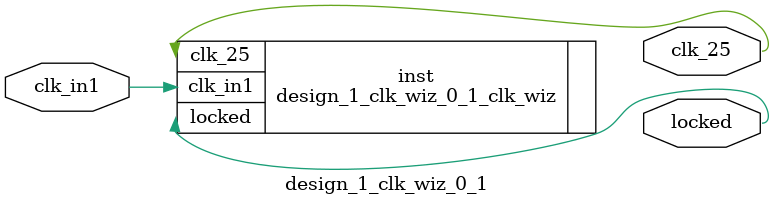
<source format=v>


`timescale 1ps/1ps

(* CORE_GENERATION_INFO = "design_1_clk_wiz_0_1,clk_wiz_v6_0_4_0_0,{component_name=design_1_clk_wiz_0_1,use_phase_alignment=true,use_min_o_jitter=false,use_max_i_jitter=false,use_dyn_phase_shift=false,use_inclk_switchover=false,use_dyn_reconfig=false,enable_axi=0,feedback_source=FDBK_AUTO,PRIMITIVE=MMCM,num_out_clk=1,clkin1_period=10.000,clkin2_period=10.000,use_power_down=false,use_reset=false,use_locked=true,use_inclk_stopped=false,feedback_type=SINGLE,CLOCK_MGR_TYPE=NA,manual_override=false}" *)

module design_1_clk_wiz_0_1 
 (
  // Clock out ports
  output        clk_25,
  // Status and control signals
  output        locked,
 // Clock in ports
  input         clk_in1
 );

  design_1_clk_wiz_0_1_clk_wiz inst
  (
  // Clock out ports  
  .clk_25(clk_25),
  // Status and control signals               
  .locked(locked),
 // Clock in ports
  .clk_in1(clk_in1)
  );

endmodule

</source>
